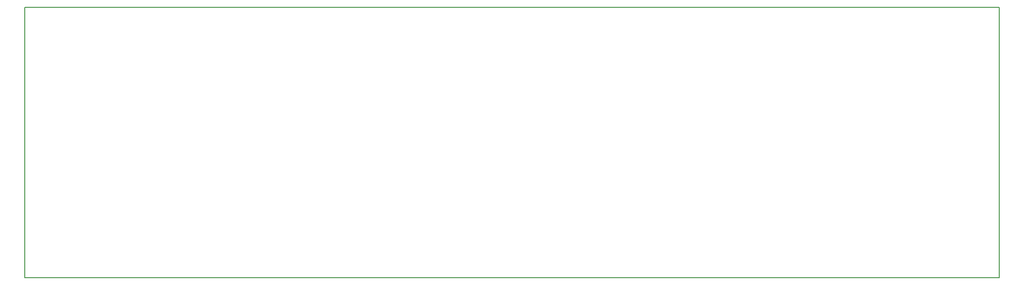
<source format=gm1>
G04*
G04 #@! TF.GenerationSoftware,Altium Limited,Altium Designer,18.0.12 (696)*
G04*
G04 Layer_Color=16711935*
%FSLAX25Y25*%
%MOIN*%
G70*
G01*
G75*
%ADD11C,0.00600*%
D11*
X708661Y0D02*
Y196850D01*
X0Y0D02*
X708661D01*
X0Y196850D02*
X708661D01*
X0Y0D02*
Y196850D01*
M02*

</source>
